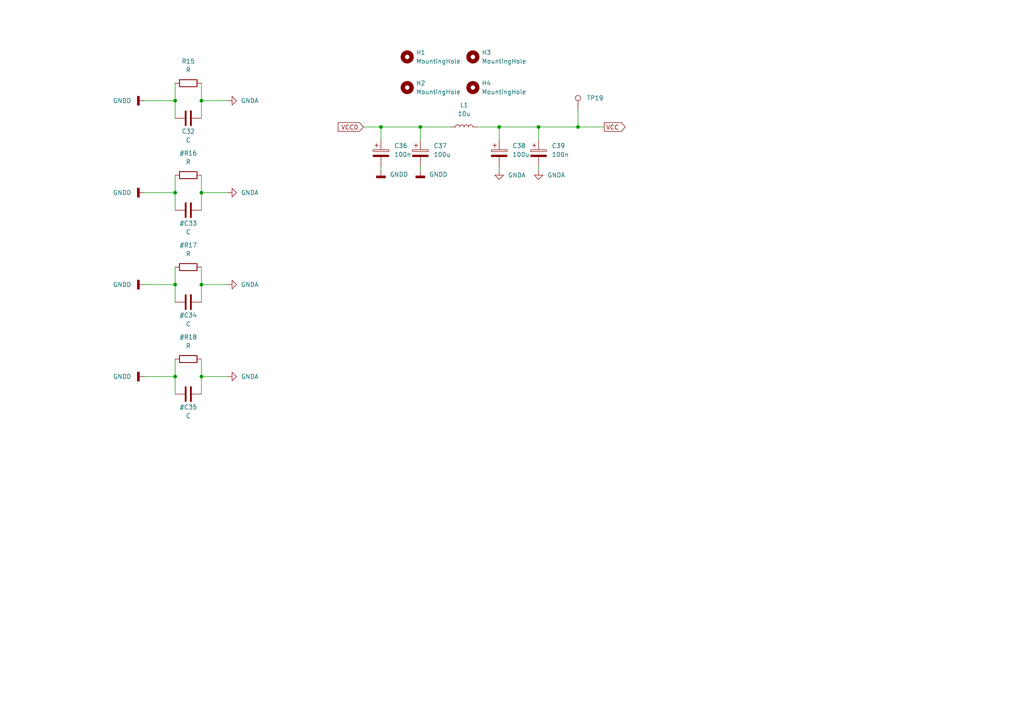
<source format=kicad_sch>
(kicad_sch (version 20211123) (generator eeschema)
  (paper "A4")
  (lib_symbols
    (symbol "Connector:TestPoint" (pin_numbers hide) (pin_names (offset 0.762) hide)
      (property "Reference" "TP" (at 0 6.858 0))
      (property "Value" "TestPoint" (at 0 5.08 0))
      (symbol "TestPoint_0_1"
        (circle (center 0 3.302) (radius 0.762))
      )
      (symbol "TestPoint_1_1"
        (pin passive line (at 0 0 90) (length 2.54) (name "1") (number "1"))
      )
    )
    (symbol "Device:C" (pin_numbers hide) (pin_names (offset 0.254))
      (property "Reference" "C" (at 0.635 2.54 0))
      (property "Value" "C" (at 0.635 -2.54 0))
      (symbol "C_0_1"
        (polyline (pts (xy -2.032 -0.762) (xy 2.032 -0.762)) (stroke (width 0.508)))
        (polyline (pts (xy -2.032 0.762) (xy 2.032 0.762)) (stroke (width 0.508)))
      )
      (symbol "C_1_1"
        (pin passive line (at 0 3.81 270) (length 2.794) (name "~") (number "1"))
        (pin passive line (at 0 -3.81 90) (length 2.794) (name "~") (number "2"))
      )
    )
    (symbol "Device:C_Polarized" (pin_numbers hide) (pin_names (offset 0.254))
      (property "Reference" "C" (at 0.635 2.54 0))
      (property "Value" "C_Polarized" (at 0.635 -2.54 0))
      (symbol "C_Polarized_0_1"
        (rectangle (start -2.286 0.508) (end 2.286 1.016))
        (polyline (pts (xy -1.778 2.286) (xy -0.762 2.286)))
        (polyline (pts (xy -1.27 2.794) (xy -1.27 1.778)))
        (rectangle (start 2.286 -0.508) (end -2.286 -1.016) (fill (type outline)))
      )
      (symbol "C_Polarized_1_1"
        (pin passive line (at 0 3.81 270) (length 2.794) (name "~") (number "1"))
        (pin passive line (at 0 -3.81 90) (length 2.794) (name "~") (number "2"))
      )
    )
    (symbol "Device:L" (pin_numbers hide) (pin_names (offset 1.016) hide)
      (property "Reference" "L" (at -1.27 0 90))
      (property "Value" "L" (at 1.905 0 90))
      (symbol "L_0_1"
        (arc (start 0 -2.54) (mid 0.635 -1.905) (end 0 -1.27))
        (arc (start 0 -1.27) (mid 0.635 -0.635) (end 0 0))
        (arc (start 0 0) (mid 0.635 0.635) (end 0 1.27))
        (arc (start 0 1.27) (mid 0.635 1.905) (end 0 2.54))
      )
      (symbol "L_1_1"
        (pin passive line (at 0 3.81 270) (length 1.27) (name "1") (number "1"))
        (pin passive line (at 0 -3.81 90) (length 1.27) (name "2") (number "2"))
      )
    )
    (symbol "Device:R" (pin_numbers hide) (pin_names (offset 0))
      (property "Reference" "R" (at 2.032 0 90))
      (property "Value" "R" (at 0 0 90))
      (symbol "R_0_1"
        (rectangle (start -1.016 -2.54) (end 1.016 2.54) (stroke (width 0.254)))
      )
      (symbol "R_1_1"
        (pin passive line (at 0 3.81 270) (length 1.27) (name "~") (number "1"))
        (pin passive line (at 0 -3.81 90) (length 1.27) (name "~") (number "2"))
      )
    )
    (symbol "Mechanical:MountingHole" (pin_names (offset 1.016))
      (property "Reference" "H" (at 0 5.08 0))
      (property "Value" "MountingHole" (at 0 3.175 0))
      (symbol "MountingHole_0_1"
        (circle (center 0 0) (radius 1.27) (stroke (width 1.27)))
      )
    )
    (symbol "power:GNDA" (power) (pin_names (offset 0))
      (property "Value" "GNDA" (at 0 -3.81 0))
      (symbol "GNDA_0_1"
        (polyline (pts (xy 0 0) (xy 0 -1.27) (xy 1.27 -1.27) (xy 0 -2.54) (xy -1.27 -1.27) (xy 0 -1.27)))
      )
      (symbol "GNDA_1_1"
        (pin power_in line (at 0 0 270) (length 0) hide (name "GNDA") (number "1"))
      )
    )
    (symbol "power:GNDD" (power) (pin_names (offset 0))
      (property "Value" "GNDD" (at 0 -3.175 0))
      (symbol "GNDD_0_1"
        (rectangle (start -1.27 -1.524) (end 1.27 -2.032) (stroke (width 0.254)) (fill (type outline)))
        (polyline (pts (xy 0 0) (xy 0 -1.524)))
      )
      (symbol "GNDD_1_1"
        (pin power_in line (at 0 0 270) (length 0) hide (name "GNDD") (number "1"))
      )
    )
  )
  (junction (at 50.8 109.22))
  (junction (at 50.8 29.21))
  (junction (at 58.42 29.21))
  (junction (at 58.42 82.55))
  (junction (at 58.42 55.88))
  (junction (at 144.78 36.83))
  (junction (at 50.8 55.88))
  (junction (at 58.42 109.22))
  (junction (at 50.8 82.55))
  (junction (at 121.92 36.83))
  (junction (at 167.64 36.83))
  (junction (at 110.49 36.83))
  (junction (at 156.21 36.83))
  (wire (pts (xy 58.42 55.88) (xy 58.42 60.96)))
  (wire (pts (xy 144.78 36.83) (xy 144.78 40.64)))
  (wire (pts (xy 105.41 36.83) (xy 110.49 36.83)))
  (wire (pts (xy 167.64 31.75) (xy 167.64 36.83)))
  (wire (pts (xy 110.49 36.83) (xy 121.92 36.83)))
  (wire (pts (xy 58.42 82.55) (xy 66.04 82.55)))
  (wire (pts (xy 50.8 29.21) (xy 50.8 34.29)))
  (wire (pts (xy 110.49 36.83) (xy 110.49 40.64)))
  (wire (pts (xy 50.8 82.55) (xy 50.8 87.63)))
  (wire (pts (xy 58.42 109.22) (xy 66.04 109.22)))
  (wire (pts (xy 121.92 36.83) (xy 130.81 36.83)))
  (wire (pts (xy 58.42 82.55) (xy 58.42 87.63)))
  (wire (pts (xy 58.42 55.88) (xy 66.04 55.88)))
  (wire (pts (xy 156.21 36.83) (xy 167.64 36.83)))
  (wire (pts (xy 41.91 109.22) (xy 50.8 109.22)))
  (wire (pts (xy 110.49 48.26) (xy 110.49 49.53)))
  (wire (pts (xy 58.42 29.21) (xy 66.04 29.21)))
  (wire (pts (xy 50.8 104.14) (xy 50.8 109.22)))
  (wire (pts (xy 138.43 36.83) (xy 144.78 36.83)))
  (wire (pts (xy 50.8 109.22) (xy 50.8 114.3)))
  (wire (pts (xy 167.64 36.83) (xy 175.26 36.83)))
  (wire (pts (xy 50.8 24.13) (xy 50.8 29.21)))
  (wire (pts (xy 41.91 55.88) (xy 50.8 55.88)))
  (wire (pts (xy 156.21 48.26) (xy 156.21 49.53)))
  (wire (pts (xy 50.8 55.88) (xy 50.8 60.96)))
  (wire (pts (xy 121.92 36.83) (xy 121.92 40.64)))
  (wire (pts (xy 50.8 77.47) (xy 50.8 82.55)))
  (wire (pts (xy 58.42 77.47) (xy 58.42 82.55)))
  (wire (pts (xy 41.91 82.55) (xy 50.8 82.55)))
  (wire (pts (xy 144.78 48.26) (xy 144.78 49.53)))
  (wire (pts (xy 121.92 48.26) (xy 121.92 49.53)))
  (wire (pts (xy 41.91 29.21) (xy 50.8 29.21)))
  (wire (pts (xy 58.42 109.22) (xy 58.42 114.3)))
  (wire (pts (xy 50.8 50.8) (xy 50.8 55.88)))
  (wire (pts (xy 144.78 36.83) (xy 156.21 36.83)))
  (wire (pts (xy 156.21 36.83) (xy 156.21 40.64)))
  (wire (pts (xy 58.42 29.21) (xy 58.42 34.29)))
  (wire (pts (xy 58.42 104.14) (xy 58.42 109.22)))
  (wire (pts (xy 58.42 50.8) (xy 58.42 55.88)))
  (wire (pts (xy 58.42 24.13) (xy 58.42 29.21)))
  (global_label "VCCD" (shape input) (at 105.41 36.83 180) (property "Intersheet References" "${INTERSHEET_REFS}" (effects hide)))
  (global_label "VCC" (shape output) (at 175.26 36.83 0) (property "Intersheet References" "${INTERSHEET_REFS}" (effects hide)))
  (symbol (lib_id "Device:C") (at 54.61 34.29 270) (unit 1)
    (property "Reference" "C32" (at 54.61 38.1 90))
    (property "Value" "C" (at 54.61 40.64 90))
    (property "Footprint" "Capacitor_SMD:C_0603_1608Metric_Pad1.08x0.95mm_HandSolder" (effects hide))
  )
  (symbol (lib_id "Device:R") (at 54.61 50.8 90) (unit 1)
    (property "Reference" "#R16" (at 54.61 44.45 90))
    (property "Value" "R" (at 54.61 46.99 90))
    (property "Footprint" "Resistor_SMD:R_0805_2012Metric_Pad1.20x1.40mm_HandSolder" (effects hide))
  )
  (symbol (lib_id "Device:R") (at 54.61 24.13 90) (unit 1)
    (property "Reference" "R15" (at 54.61 17.78 90))
    (property "Value" "R" (at 54.61 20.32 90))
    (property "Footprint" "Resistor_SMD:R_0805_2012Metric_Pad1.20x1.40mm_HandSolder" (effects hide))
  )
  (symbol (lib_id "Device:L") (at 134.62 36.83 90) (unit 1)
    (property "Reference" "L1" (at 134.62 30.48 90))
    (property "Value" "10u" (at 134.62 33.02 90))
    (property "Footprint" "Inductor_SMD:L_0603_1608Metric_Pad1.05x0.95mm_HandSolder" (effects hide))
  )
  (symbol (lib_id "Mechanical:MountingHole") (at 118.11 16.51 0) (unit 1)
    (property "Reference" "H1" (at 120.65 15.2399 0) (effects (justify left)))
    (property "Value" "MountingHole" (at 120.65 17.7799 0) (effects (justify left)))
    (property "Footprint" "MountingHole:MountingHole_2.7mm_Pad" (effects hide))
  )
  (symbol (lib_id "power:GNDD") (at 41.91 55.88 270) (unit 1)
    (property "Reference" "#PWR056" (effects hide))
    (property "Value" "GNDD" (at 38.1 55.8799 90) (effects (justify right)))
  )
  (symbol (lib_id "Device:R") (at 54.61 104.14 90) (unit 1)
    (property "Reference" "#R18" (at 54.61 97.79 90))
    (property "Value" "R" (at 54.61 100.33 90))
    (property "Footprint" "Resistor_SMD:R_0805_2012Metric_Pad1.20x1.40mm_HandSolder" (effects hide))
  )
  (symbol (lib_id "power:GNDD") (at 110.49 49.53 0) (unit 1)
    (property "Reference" "#PWR063" (effects hide))
    (property "Value" "GNDD" (at 113.03 50.6094 0) (effects (justify left)))
  )
  (symbol (lib_id "power:GNDA") (at 66.04 55.88 90) (unit 1)
    (property "Reference" "#PWR060" (effects hide))
    (property "Value" "GNDA" (at 69.85 55.8799 90) (effects (justify right)))
  )
  (symbol (lib_id "Device:C") (at 54.61 114.3 270) (unit 1)
    (property "Reference" "#C35" (at 54.61 118.11 90))
    (property "Value" "C" (at 54.61 120.65 90))
    (property "Footprint" "Capacitor_SMD:C_0603_1608Metric_Pad1.08x0.95mm_HandSolder" (effects hide))
  )
  (symbol (lib_id "Device:C_Polarized") (at 121.92 44.45 0) (unit 1)
    (property "Reference" "C37" (at 125.73 42.2909 0) (effects (justify left)))
    (property "Value" "100u" (at 125.73 44.8309 0) (effects (justify left)))
    (property "Footprint" "Capacitor_THT:CP_RADIAL_6.3mm_2.5mm" (effects hide))
  )
  (symbol (lib_id "Device:C") (at 54.61 60.96 270) (unit 1)
    (property "Reference" "#C33" (at 54.61 64.77 90))
    (property "Value" "C" (at 54.61 67.31 90))
    (property "Footprint" "Capacitor_SMD:C_0603_1608Metric_Pad1.08x0.95mm_HandSolder" (effects hide))
  )
  (symbol (lib_id "power:GNDA") (at 156.21 49.53 0) (unit 1)
    (property "Reference" "#PWR066" (effects hide))
    (property "Value" "GNDA" (at 158.75 50.7999 0) (effects (justify left)))
  )
  (symbol (lib_id "Device:C") (at 54.61 87.63 270) (unit 1)
    (property "Reference" "#C34" (at 54.61 91.44 90))
    (property "Value" "C" (at 54.61 93.98 90))
    (property "Footprint" "Capacitor_SMD:C_0603_1608Metric_Pad1.08x0.95mm_HandSolder" (effects hide))
  )
  (symbol (lib_id "Device:C_Polarized") (at 144.78 44.45 0) (unit 1)
    (property "Reference" "C38" (at 148.59 42.2909 0) (effects (justify left)))
    (property "Value" "100u" (at 148.59 44.8309 0) (effects (justify left)))
    (property "Footprint" "Capacitor_THT:CP_RADIAL_6.3mm_2.5mm" (effects hide))
  )
  (symbol (lib_id "Mechanical:MountingHole") (at 137.16 25.4 0) (unit 1)
    (property "Reference" "H4" (at 139.7 24.1299 0) (effects (justify left)))
    (property "Value" "MountingHole" (at 139.7 26.6699 0) (effects (justify left)))
    (property "Footprint" "MountingHole:MountingHole_2.7mm_Pad" (effects hide))
  )
  (symbol (lib_id "power:GNDD") (at 41.91 109.22 270) (unit 1)
    (property "Reference" "#PWR058" (effects hide))
    (property "Value" "GNDD" (at 38.1 109.2199 90) (effects (justify right)))
  )
  (symbol (lib_id "Mechanical:MountingHole") (at 118.11 25.4 0) (unit 1)
    (property "Reference" "H2" (at 120.65 24.1299 0) (effects (justify left)))
    (property "Value" "MountingHole" (at 120.65 26.6699 0) (effects (justify left)))
    (property "Footprint" "MountingHole:MountingHole_2.7mm_Pad" (effects hide))
  )
  (symbol (lib_id "power:GNDD") (at 121.92 49.53 0) (unit 1)
    (property "Reference" "#PWR064" (effects hide))
    (property "Value" "GNDD" (at 124.46 50.6094 0) (effects (justify left)))
  )
  (symbol (lib_id "power:GNDA") (at 66.04 109.22 90) (unit 1)
    (property "Reference" "#PWR062" (effects hide))
    (property "Value" "GNDA" (at 69.85 109.2199 90) (effects (justify right)))
  )
  (symbol (lib_id "Device:C_Polarized") (at 156.21 44.45 0) (unit 1)
    (property "Reference" "C39" (at 160.02 42.2909 0) (effects (justify left)))
    (property "Value" "100n" (at 160.02 44.8309 0) (effects (justify left)))
    (property "Footprint" "Capacitor_SMD:C_0603_1608Metric_Pad1.08x0.95mm_HandSolder" (effects hide))
  )
  (symbol (lib_id "power:GNDA") (at 66.04 82.55 90) (unit 1)
    (property "Reference" "#PWR061" (effects hide))
    (property "Value" "GNDA" (at 69.85 82.5499 90) (effects (justify right)))
  )
  (symbol (lib_id "power:GNDD") (at 41.91 82.55 270) (unit 1)
    (property "Reference" "#PWR057" (effects hide))
    (property "Value" "GNDD" (at 38.1 82.5499 90) (effects (justify right)))
  )
  (symbol (lib_id "power:GNDA") (at 66.04 29.21 90) (unit 1)
    (property "Reference" "#PWR059" (effects hide))
    (property "Value" "GNDA" (at 69.85 29.2099 90) (effects (justify right)))
  )
  (symbol (lib_id "Device:R") (at 54.61 77.47 90) (unit 1)
    (property "Reference" "#R17" (at 54.61 71.12 90))
    (property "Value" "R" (at 54.61 73.66 90))
    (property "Footprint" "Resistor_SMD:R_0805_2012Metric_Pad1.20x1.40mm_HandSolder" (effects hide))
  )
  (symbol (lib_id "power:GNDD") (at 41.91 29.21 270) (unit 1)
    (property "Reference" "#PWR055" (effects hide))
    (property "Value" "GNDD" (at 38.1 29.2099 90) (effects (justify right)))
  )
  (symbol (lib_id "Mechanical:MountingHole") (at 137.16 16.51 0) (unit 1)
    (property "Reference" "H3" (at 139.7 15.2399 0) (effects (justify left)))
    (property "Value" "MountingHole" (at 139.7 17.7799 0) (effects (justify left)))
    (property "Footprint" "MountingHole:MountingHole_2.7mm_Pad" (effects hide))
  )
  (symbol (lib_id "Connector:TestPoint") (at 167.64 31.75 0) (unit 1)
    (property "Reference" "TP19" (at 170.18 28.4479 0) (effects (justify left)))
    (property "Value" "TestPoint" (effects hide))
    (property "Footprint" "TestPoint:TestPoint_THTPad_D1.5mm_Drill0.7mm" (effects hide))
  )
  (symbol (lib_id "power:GNDA") (at 144.78 49.53 0) (unit 1)
    (property "Reference" "#PWR065" (effects hide))
    (property "Value" "GNDA" (at 147.32 50.7999 0) (effects (justify left)))
  )
  (symbol (lib_id "Device:C_Polarized") (at 110.49 44.45 0) (unit 1)
    (property "Reference" "C36" (at 114.3 42.2909 0) (effects (justify left)))
    (property "Value" "100n" (at 114.3 44.8309 0) (effects (justify left)))
    (property "Footprint" "Capacitor_SMD:C_0603_1608Metric_Pad1.08x0.95mm_HandSolder" (effects hide))
  )
)
</source>
